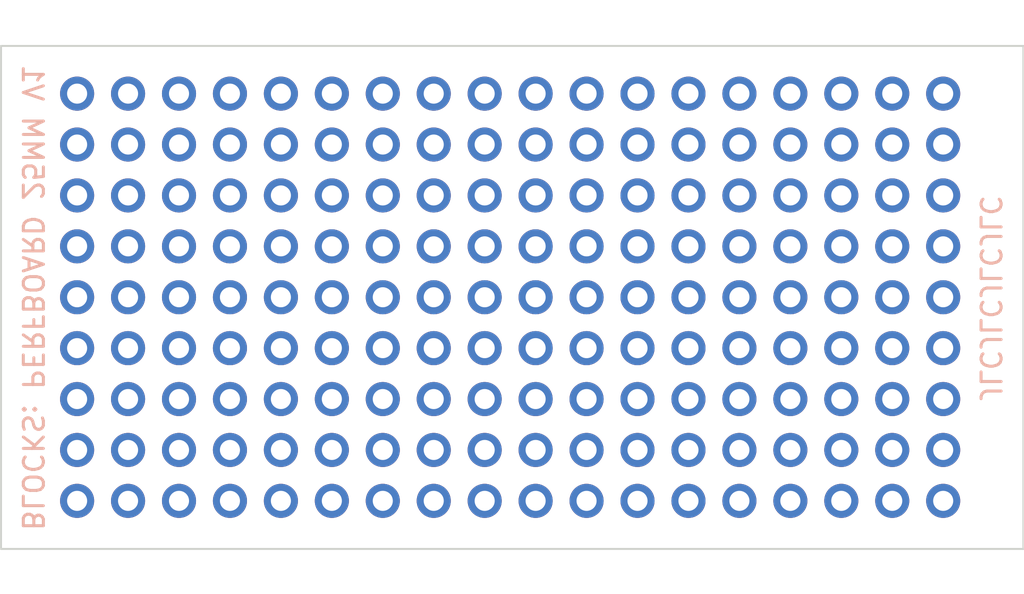
<source format=kicad_pcb>
(kicad_pcb (version 20211014) (generator pcbnew)
  (layers (0 "F.Cu" signal) (31 "B.Cu" signal) (34 "B.Paste" user) (35 "F.Paste" user) (36 "B.SilkS" user "B.Silkscreen") (37 "F.SilkS" user "F.Silkscreen") (38 "B.Mask" user) (39 "F.Mask" user) (44 "Edge.Cuts" user))
  (net 0 "")
  (footprint "A_Personal:Stripboard_1x18_P2.54mm_Vertical" (layer "F.Cu") (at 124.714 100.838 90)
    (fp_text reference "J6" hide)
    (fp_text value "Conn_01x18")
    (pad "1" thru_hole oval (at 0 0 90) (size 1.7 1.7) (drill 1) (layers *.Cu *.Mask))
    (pad "2" thru_hole oval (at 0 2.54 90) (size 1.7 1.7) (drill 1) (layers *.Cu *.Mask))
    (pad "3" thru_hole oval (at 0 5.08 90) (size 1.7 1.7) (drill 1) (layers *.Cu *.Mask))
    (pad "4" thru_hole oval (at 0 7.62 90) (size 1.7 1.7) (drill 1) (layers *.Cu *.Mask))
    (pad "5" thru_hole oval (at 0 10.16 90) (size 1.7 1.7) (drill 1) (layers *.Cu *.Mask))
    (pad "6" thru_hole oval (at 0 12.7 90) (size 1.7 1.7) (drill 1) (layers *.Cu *.Mask))
    (pad "7" thru_hole oval (at 0 15.24 90) (size 1.7 1.7) (drill 1) (layers *.Cu *.Mask))
    (pad "8" thru_hole oval (at 0 17.78 90) (size 1.7 1.7) (drill 1) (layers *.Cu *.Mask))
    (pad "9" thru_hole oval (at 0 20.32 90) (size 1.7 1.7) (drill 1) (layers *.Cu *.Mask))
    (pad "10" thru_hole oval (at 0 22.86 90) (size 1.7 1.7) (drill 1) (layers *.Cu *.Mask))
    (pad "11" thru_hole oval (at 0 25.4 90) (size 1.7 1.7) (drill 1) (layers *.Cu *.Mask))
    (pad "12" thru_hole oval (at 0 27.94 90) (size 1.7 1.7) (drill 1) (layers *.Cu *.Mask))
    (pad "13" thru_hole oval (at 0 30.48 90) (size 1.7 1.7) (drill 1) (layers *.Cu *.Mask))
    (pad "14" thru_hole oval (at 0 33.02 90) (size 1.7 1.7) (drill 1) (layers *.Cu *.Mask))
    (pad "15" thru_hole oval (at 0 35.56 90) (size 1.7 1.7) (drill 1) (layers *.Cu *.Mask))
    (pad "16" thru_hole oval (at 0 38.1 90) (size 1.7 1.7) (drill 1) (layers *.Cu *.Mask))
    (pad "17" thru_hole oval (at 0 40.64 90) (size 1.7 1.7) (drill 1) (layers *.Cu *.Mask))
    (pad "18" thru_hole oval (at 0 43.18 90) (size 1.7 1.7) (drill 1) (layers *.Cu *.Mask))
  )
  (footprint "A_Personal:Stripboard_1x18_P2.54mm_Vertical" (layer "F.Cu") (at 124.714 105.918 90)
    (fp_text reference "J8" hide)
    (fp_text value "Conn_01x18")
    (pad "1" thru_hole oval (at 0 0 90) (size 1.7 1.7) (drill 1) (layers *.Cu *.Mask))
    (pad "2" thru_hole oval (at 0 2.54 90) (size 1.7 1.7) (drill 1) (layers *.Cu *.Mask))
    (pad "3" thru_hole oval (at 0 5.08 90) (size 1.7 1.7) (drill 1) (layers *.Cu *.Mask))
    (pad "4" thru_hole oval (at 0 7.62 90) (size 1.7 1.7) (drill 1) (layers *.Cu *.Mask))
    (pad "5" thru_hole oval (at 0 10.16 90) (size 1.7 1.7) (drill 1) (layers *.Cu *.Mask))
    (pad "6" thru_hole oval (at 0 12.7 90) (size 1.7 1.7) (drill 1) (layers *.Cu *.Mask))
    (pad "7" thru_hole oval (at 0 15.24 90) (size 1.7 1.7) (drill 1) (layers *.Cu *.Mask))
    (pad "8" thru_hole oval (at 0 17.78 90) (size 1.7 1.7) (drill 1) (layers *.Cu *.Mask))
    (pad "9" thru_hole oval (at 0 20.32 90) (size 1.7 1.7) (drill 1) (layers *.Cu *.Mask))
    (pad "10" thru_hole oval (at 0 22.86 90) (size 1.7 1.7) (drill 1) (layers *.Cu *.Mask))
    (pad "11" thru_hole oval (at 0 25.4 90) (size 1.7 1.7) (drill 1) (layers *.Cu *.Mask))
    (pad "12" thru_hole oval (at 0 27.94 90) (size 1.7 1.7) (drill 1) (layers *.Cu *.Mask))
    (pad "13" thru_hole oval (at 0 30.48 90) (size 1.7 1.7) (drill 1) (layers *.Cu *.Mask))
    (pad "14" thru_hole oval (at 0 33.02 90) (size 1.7 1.7) (drill 1) (layers *.Cu *.Mask))
    (pad "15" thru_hole oval (at 0 35.56 90) (size 1.7 1.7) (drill 1) (layers *.Cu *.Mask))
    (pad "16" thru_hole oval (at 0 38.1 90) (size 1.7 1.7) (drill 1) (layers *.Cu *.Mask))
    (pad "17" thru_hole oval (at 0 40.64 90) (size 1.7 1.7) (drill 1) (layers *.Cu *.Mask))
    (pad "18" thru_hole oval (at 0 43.18 90) (size 1.7 1.7) (drill 1) (layers *.Cu *.Mask))
  )
  (footprint "A_Personal:Stripboard_1x18_P2.54mm_Vertical" (layer "F.Cu") (at 124.714 95.758 90)
    (fp_text reference "J4" hide)
    (fp_text value "Conn_01x18")
    (pad "1" thru_hole oval (at 0 0 90) (size 1.7 1.7) (drill 1) (layers *.Cu *.Mask))
    (pad "2" thru_hole oval (at 0 2.54 90) (size 1.7 1.7) (drill 1) (layers *.Cu *.Mask))
    (pad "3" thru_hole oval (at 0 5.08 90) (size 1.7 1.7) (drill 1) (layers *.Cu *.Mask))
    (pad "4" thru_hole oval (at 0 7.62 90) (size 1.7 1.7) (drill 1) (layers *.Cu *.Mask))
    (pad "5" thru_hole oval (at 0 10.16 90) (size 1.7 1.7) (drill 1) (layers *.Cu *.Mask))
    (pad "6" thru_hole oval (at 0 12.7 90) (size 1.7 1.7) (drill 1) (layers *.Cu *.Mask))
    (pad "7" thru_hole oval (at 0 15.24 90) (size 1.7 1.7) (drill 1) (layers *.Cu *.Mask))
    (pad "8" thru_hole oval (at 0 17.78 90) (size 1.7 1.7) (drill 1) (layers *.Cu *.Mask))
    (pad "9" thru_hole oval (at 0 20.32 90) (size 1.7 1.7) (drill 1) (layers *.Cu *.Mask))
    (pad "10" thru_hole oval (at 0 22.86 90) (size 1.7 1.7) (drill 1) (layers *.Cu *.Mask))
    (pad "11" thru_hole oval (at 0 25.4 90) (size 1.7 1.7) (drill 1) (layers *.Cu *.Mask))
    (pad "12" thru_hole oval (at 0 27.94 90) (size 1.7 1.7) (drill 1) (layers *.Cu *.Mask))
    (pad "13" thru_hole oval (at 0 30.48 90) (size 1.7 1.7) (drill 1) (layers *.Cu *.Mask))
    (pad "14" thru_hole oval (at 0 33.02 90) (size 1.7 1.7) (drill 1) (layers *.Cu *.Mask))
    (pad "15" thru_hole oval (at 0 35.56 90) (size 1.7 1.7) (drill 1) (layers *.Cu *.Mask))
    (pad "16" thru_hole oval (at 0 38.1 90) (size 1.7 1.7) (drill 1) (layers *.Cu *.Mask))
    (pad "17" thru_hole oval (at 0 40.64 90) (size 1.7 1.7) (drill 1) (layers *.Cu *.Mask))
    (pad "18" thru_hole oval (at 0 43.18 90) (size 1.7 1.7) (drill 1) (layers *.Cu *.Mask))
  )
  (footprint "A_Personal:Stripboard_1x18_P2.54mm_Vertical" (layer "F.Cu") (at 124.714 93.218 90)
    (fp_text reference "J3" hide)
    (fp_text value "Conn_01x18")
    (pad "1" thru_hole oval (at 0 0 90) (size 1.7 1.7) (drill 1) (layers *.Cu *.Mask))
    (pad "2" thru_hole oval (at 0 2.54 90) (size 1.7 1.7) (drill 1) (layers *.Cu *.Mask))
    (pad "3" thru_hole oval (at 0 5.08 90) (size 1.7 1.7) (drill 1) (layers *.Cu *.Mask))
    (pad "4" thru_hole oval (at 0 7.62 90) (size 1.7 1.7) (drill 1) (layers *.Cu *.Mask))
    (pad "5" thru_hole oval (at 0 10.16 90) (size 1.7 1.7) (drill 1) (layers *.Cu *.Mask))
    (pad "6" thru_hole oval (at 0 12.7 90) (size 1.7 1.7) (drill 1) (layers *.Cu *.Mask))
    (pad "7" thru_hole oval (at 0 15.24 90) (size 1.7 1.7) (drill 1) (layers *.Cu *.Mask))
    (pad "8" thru_hole oval (at 0 17.78 90) (size 1.7 1.7) (drill 1) (layers *.Cu *.Mask))
    (pad "9" thru_hole oval (at 0 20.32 90) (size 1.7 1.7) (drill 1) (layers *.Cu *.Mask))
    (pad "10" thru_hole oval (at 0 22.86 90) (size 1.7 1.7) (drill 1) (layers *.Cu *.Mask))
    (pad "11" thru_hole oval (at 0 25.4 90) (size 1.7 1.7) (drill 1) (layers *.Cu *.Mask))
    (pad "12" thru_hole oval (at 0 27.94 90) (size 1.7 1.7) (drill 1) (layers *.Cu *.Mask))
    (pad "13" thru_hole oval (at 0 30.48 90) (size 1.7 1.7) (drill 1) (layers *.Cu *.Mask))
    (pad "14" thru_hole oval (at 0 33.02 90) (size 1.7 1.7) (drill 1) (layers *.Cu *.Mask))
    (pad "15" thru_hole oval (at 0 35.56 90) (size 1.7 1.7) (drill 1) (layers *.Cu *.Mask))
    (pad "16" thru_hole oval (at 0 38.1 90) (size 1.7 1.7) (drill 1) (layers *.Cu *.Mask))
    (pad "17" thru_hole oval (at 0 40.64 90) (size 1.7 1.7) (drill 1) (layers *.Cu *.Mask))
    (pad "18" thru_hole oval (at 0 43.18 90) (size 1.7 1.7) (drill 1) (layers *.Cu *.Mask))
  )
  (footprint "A_Personal:Stripboard_1x18_P2.54mm_Vertical" (layer "F.Cu") (at 124.714 108.458 90)
    (fp_text reference "J9" hide)
    (fp_text value "Conn_01x18")
    (pad "1" thru_hole oval (at 0 0 90) (size 1.7 1.7) (drill 1) (layers *.Cu *.Mask))
    (pad "2" thru_hole oval (at 0 2.54 90) (size 1.7 1.7) (drill 1) (layers *.Cu *.Mask))
    (pad "3" thru_hole oval (at 0 5.08 90) (size 1.7 1.7) (drill 1) (layers *.Cu *.Mask))
    (pad "4" thru_hole oval (at 0 7.62 90) (size 1.7 1.7) (drill 1) (layers *.Cu *.Mask))
    (pad "5" thru_hole oval (at 0 10.16 90) (size 1.7 1.7) (drill 1) (layers *.Cu *.Mask))
    (pad "6" thru_hole oval (at 0 12.7 90) (size 1.7 1.7) (drill 1) (layers *.Cu *.Mask))
    (pad "7" thru_hole oval (at 0 15.24 90) (size 1.7 1.7) (drill 1) (layers *.Cu *.Mask))
    (pad "8" thru_hole oval (at 0 17.78 90) (size 1.7 1.7) (drill 1) (layers *.Cu *.Mask))
    (pad "9" thru_hole oval (at 0 20.32 90) (size 1.7 1.7) (drill 1) (layers *.Cu *.Mask))
    (pad "10" thru_hole oval (at 0 22.86 90) (size 1.7 1.7) (drill 1) (layers *.Cu *.Mask))
    (pad "11" thru_hole oval (at 0 25.4 90) (size 1.7 1.7) (drill 1) (layers *.Cu *.Mask))
    (pad "12" thru_hole oval (at 0 27.94 90) (size 1.7 1.7) (drill 1) (layers *.Cu *.Mask))
    (pad "13" thru_hole oval (at 0 30.48 90) (size 1.7 1.7) (drill 1) (layers *.Cu *.Mask))
    (pad "14" thru_hole oval (at 0 33.02 90) (size 1.7 1.7) (drill 1) (layers *.Cu *.Mask))
    (pad "15" thru_hole oval (at 0 35.56 90) (size 1.7 1.7) (drill 1) (layers *.Cu *.Mask))
    (pad "16" thru_hole oval (at 0 38.1 90) (size 1.7 1.7) (drill 1) (layers *.Cu *.Mask))
    (pad "17" thru_hole oval (at 0 40.64 90) (size 1.7 1.7) (drill 1) (layers *.Cu *.Mask))
    (pad "18" thru_hole oval (at 0 43.18 90) (size 1.7 1.7) (drill 1) (layers *.Cu *.Mask))
  )
  (footprint "A_Personal:Stripboard_1x18_P2.54mm_Vertical" (layer "F.Cu") (at 124.714 103.378 90)
    (fp_text reference "J7" hide)
    (fp_text value "Conn_01x18")
    (pad "1" thru_hole oval (at 0 0 90) (size 1.7 1.7) (drill 1) (layers *.Cu *.Mask))
    (pad "2" thru_hole oval (at 0 2.54 90) (size 1.7 1.7) (drill 1) (layers *.Cu *.Mask))
    (pad "3" thru_hole oval (at 0 5.08 90) (size 1.7 1.7) (drill 1) (layers *.Cu *.Mask))
    (pad "4" thru_hole oval (at 0 7.62 90) (size 1.7 1.7) (drill 1) (layers *.Cu *.Mask))
    (pad "5" thru_hole oval (at 0 10.16 90) (size 1.7 1.7) (drill 1) (layers *.Cu *.Mask))
    (pad "6" thru_hole oval (at 0 12.7 90) (size 1.7 1.7) (drill 1) (layers *.Cu *.Mask))
    (pad "7" thru_hole oval (at 0 15.24 90) (size 1.7 1.7) (drill 1) (layers *.Cu *.Mask))
    (pad "8" thru_hole oval (at 0 17.78 90) (size 1.7 1.7) (drill 1) (layers *.Cu *.Mask))
    (pad "9" thru_hole oval (at 0 20.32 90) (size 1.7 1.7) (drill 1) (layers *.Cu *.Mask))
    (pad "10" thru_hole oval (at 0 22.86 90) (size 1.7 1.7) (drill 1) (layers *.Cu *.Mask))
    (pad "11" thru_hole oval (at 0 25.4 90) (size 1.7 1.7) (drill 1) (layers *.Cu *.Mask))
    (pad "12" thru_hole oval (at 0 27.94 90) (size 1.7 1.7) (drill 1) (layers *.Cu *.Mask))
    (pad "13" thru_hole oval (at 0 30.48 90) (size 1.7 1.7) (drill 1) (layers *.Cu *.Mask))
    (pad "14" thru_hole oval (at 0 33.02 90) (size 1.7 1.7) (drill 1) (layers *.Cu *.Mask))
    (pad "15" thru_hole oval (at 0 35.56 90) (size 1.7 1.7) (drill 1) (layers *.Cu *.Mask))
    (pad "16" thru_hole oval (at 0 38.1 90) (size 1.7 1.7) (drill 1) (layers *.Cu *.Mask))
    (pad "17" thru_hole oval (at 0 40.64 90) (size 1.7 1.7) (drill 1) (layers *.Cu *.Mask))
    (pad "18" thru_hole oval (at 0 43.18 90) (size 1.7 1.7) (drill 1) (layers *.Cu *.Mask))
  )
  (footprint "A_Personal:Stripboard_1x18_P2.54mm_Vertical" (layer "F.Cu") (at 124.714 90.678 90)
    (fp_text reference "J2" hide)
    (fp_text value "Conn_01x18")
    (pad "1" thru_hole oval (at 0 0 90) (size 1.7 1.7) (drill 1) (layers *.Cu *.Mask))
    (pad "2" thru_hole oval (at 0 2.54 90) (size 1.7 1.7) (drill 1) (layers *.Cu *.Mask))
    (pad "3" thru_hole oval (at 0 5.08 90) (size 1.7 1.7) (drill 1) (layers *.Cu *.Mask))
    (pad "4" thru_hole oval (at 0 7.62 90) (size 1.7 1.7) (drill 1) (layers *.Cu *.Mask))
    (pad "5" thru_hole oval (at 0 10.16 90) (size 1.7 1.7) (drill 1) (layers *.Cu *.Mask))
    (pad "6" thru_hole oval (at 0 12.7 90) (size 1.7 1.7) (drill 1) (layers *.Cu *.Mask))
    (pad "7" thru_hole oval (at 0 15.24 90) (size 1.7 1.7) (drill 1) (layers *.Cu *.Mask))
    (pad "8" thru_hole oval (at 0 17.78 90) (size 1.7 1.7) (drill 1) (layers *.Cu *.Mask))
    (pad "9" thru_hole oval (at 0 20.32 90) (size 1.7 1.7) (drill 1) (layers *.Cu *.Mask))
    (pad "10" thru_hole oval (at 0 22.86 90) (size 1.7 1.7) (drill 1) (layers *.Cu *.Mask))
    (pad "11" thru_hole oval (at 0 25.4 90) (size 1.7 1.7) (drill 1) (layers *.Cu *.Mask))
    (pad "12" thru_hole oval (at 0 27.94 90) (size 1.7 1.7) (drill 1) (layers *.Cu *.Mask))
    (pad "13" thru_hole oval (at 0 30.48 90) (size 1.7 1.7) (drill 1) (layers *.Cu *.Mask))
    (pad "14" thru_hole oval (at 0 33.02 90) (size 1.7 1.7) (drill 1) (layers *.Cu *.Mask))
    (pad "15" thru_hole oval (at 0 35.56 90) (size 1.7 1.7) (drill 1) (layers *.Cu *.Mask))
    (pad "16" thru_hole oval (at 0 38.1 90) (size 1.7 1.7) (drill 1) (layers *.Cu *.Mask))
    (pad "17" thru_hole oval (at 0 40.64 90) (size 1.7 1.7) (drill 1) (layers *.Cu *.Mask))
    (pad "18" thru_hole oval (at 0 43.18 90) (size 1.7 1.7) (drill 1) (layers *.Cu *.Mask))
  )
  (footprint "A_Personal:Stripboard_1x18_P2.54mm_Vertical" (layer "F.Cu") (at 124.714 98.298 90)
    (fp_text reference "J5" hide)
    (fp_text value "Conn_01x18")
    (pad "1" thru_hole oval (at 0 0 90) (size 1.7 1.7) (drill 1) (layers *.Cu *.Mask))
    (pad "2" thru_hole oval (at 0 2.54 90) (size 1.7 1.7) (drill 1) (layers *.Cu *.Mask))
    (pad "3" thru_hole oval (at 0 5.08 90) (size 1.7 1.7) (drill 1) (layers *.Cu *.Mask))
    (pad "4" thru_hole oval (at 0 7.62 90) (size 1.7 1.7) (drill 1) (layers *.Cu *.Mask))
    (pad "5" thru_hole oval (at 0 10.16 90) (size 1.7 1.7) (drill 1) (layers *.Cu *.Mask))
    (pad "6" thru_hole oval (at 0 12.7 90) (size 1.7 1.7) (drill 1) (layers *.Cu *.Mask))
    (pad "7" thru_hole oval (at 0 15.24 90) (size 1.7 1.7) (drill 1) (layers *.Cu *.Mask))
    (pad "8" thru_hole oval (at 0 17.78 90) (size 1.7 1.7) (drill 1) (layers *.Cu *.Mask))
    (pad "9" thru_hole oval (at 0 20.32 90) (size 1.7 1.7) (drill 1) (layers *.Cu *.Mask))
    (pad "10" thru_hole oval (at 0 22.86 90) (size 1.7 1.7) (drill 1) (layers *.Cu *.Mask))
    (pad "11" thru_hole oval (at 0 25.4 90) (size 1.7 1.7) (drill 1) (layers *.Cu *.Mask))
    (pad "12" thru_hole oval (at 0 27.94 90) (size 1.7 1.7) (drill 1) (layers *.Cu *.Mask))
    (pad "13" thru_hole oval (at 0 30.48 90) (size 1.7 1.7) (drill 1) (layers *.Cu *.Mask))
    (pad "14" thru_hole oval (at 0 33.02 90) (size 1.7 1.7) (drill 1) (layers *.Cu *.Mask))
    (pad "15" thru_hole oval (at 0 35.56 90) (size 1.7 1.7) (drill 1) (layers *.Cu *.Mask))
    (pad "16" thru_hole oval (at 0 38.1 90) (size 1.7 1.7) (drill 1) (layers *.Cu *.Mask))
    (pad "17" thru_hole oval (at 0 40.64 90) (size 1.7 1.7) (drill 1) (layers *.Cu *.Mask))
    (pad "18" thru_hole oval (at 0 43.18 90) (size 1.7 1.7) (drill 1) (layers *.Cu *.Mask))
  )
  (footprint "A_Personal:Stripboard_1x18_P2.54mm_Vertical" (layer "F.Cu") (at 124.714 88.138 90)
    (fp_text reference "J1" hide)
    (fp_text value "Conn_01x18")
    (pad "1" thru_hole oval (at 0 0 90) (size 1.7 1.7) (drill 1) (layers *.Cu *.Mask))
    (pad "2" thru_hole oval (at 0 2.54 90) (size 1.7 1.7) (drill 1) (layers *.Cu *.Mask))
    (pad "3" thru_hole oval (at 0 5.08 90) (size 1.7 1.7) (drill 1) (layers *.Cu *.Mask))
    (pad "4" thru_hole oval (at 0 7.62 90) (size 1.7 1.7) (drill 1) (layers *.Cu *.Mask))
    (pad "5" thru_hole oval (at 0 10.16 90) (size 1.7 1.7) (drill 1) (layers *.Cu *.Mask))
    (pad "6" thru_hole oval (at 0 12.7 90) (size 1.7 1.7) (drill 1) (layers *.Cu *.Mask))
    (pad "7" thru_hole oval (at 0 15.24 90) (size 1.7 1.7) (drill 1) (layers *.Cu *.Mask))
    (pad "8" thru_hole oval (at 0 17.78 90) (size 1.7 1.7) (drill 1) (layers *.Cu *.Mask))
    (pad "9" thru_hole oval (at 0 20.32 90) (size 1.7 1.7) (drill 1) (layers *.Cu *.Mask))
    (pad "10" thru_hole oval (at 0 22.86 90) (size 1.7 1.7) (drill 1) (layers *.Cu *.Mask))
    (pad "11" thru_hole oval (at 0 25.4 90) (size 1.7 1.7) (drill 1) (layers *.Cu *.Mask))
    (pad "12" thru_hole oval (at 0 27.94 90) (size 1.7 1.7) (drill 1) (layers *.Cu *.Mask))
    (pad "13" thru_hole oval (at 0 30.48 90) (size 1.7 1.7) (drill 1) (layers *.Cu *.Mask))
    (pad "14" thru_hole oval (at 0 33.02 90) (size 1.7 1.7) (drill 1) (layers *.Cu *.Mask))
    (pad "15" thru_hole oval (at 0 35.56 90) (size 1.7 1.7) (drill 1) (layers *.Cu *.Mask))
    (pad "16" thru_hole oval (at 0 38.1 90) (size 1.7 1.7) (drill 1) (layers *.Cu *.Mask))
    (pad "17" thru_hole oval (at 0 40.64 90) (size 1.7 1.7) (drill 1) (layers *.Cu *.Mask))
    (pad "18" thru_hole oval (at 0 43.18 90) (size 1.7 1.7) (drill 1) (layers *.Cu *.Mask))
  )
  (gr_rect (start 171.892995 110.856546) (end 120.919185 85.757494) (layer "Edge.Cuts") (width 0.1) (fill none))
  (gr_text "JLCJLCJLCJLC" (at 170.236913 98.35913 270) (layer "B.SilkS") (effects (font (size 1 1)) (justify mirror)))
  (gr_text "BLOCKS: PERFBOARD 25MM V1" (at 122.486435 98.317673 270) (layer "B.SilkS") (effects (font (size 1 1)) (justify mirror)))
)
</source>
